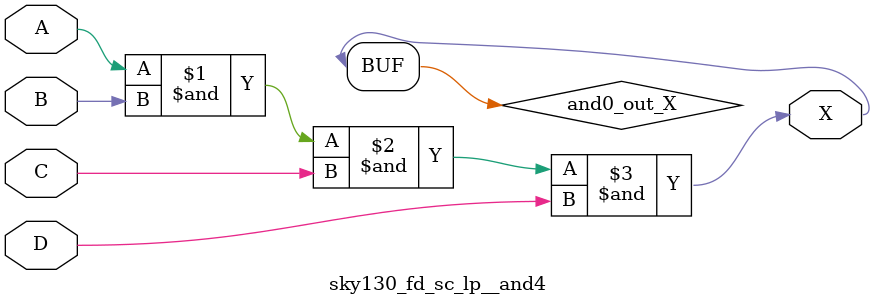
<source format=v>



module sky130_fd_sc_lp__and4 (
    X,
    A,
    B,
    C,
    D
);

    output X;
    input  A;
    input  B;
    input  C;
    input  D;

    wire and0_out_X;

    and and0 (and0_out_X, A, B, C, D     );
    buf buf0 (X         , and0_out_X     );

endmodule

</source>
